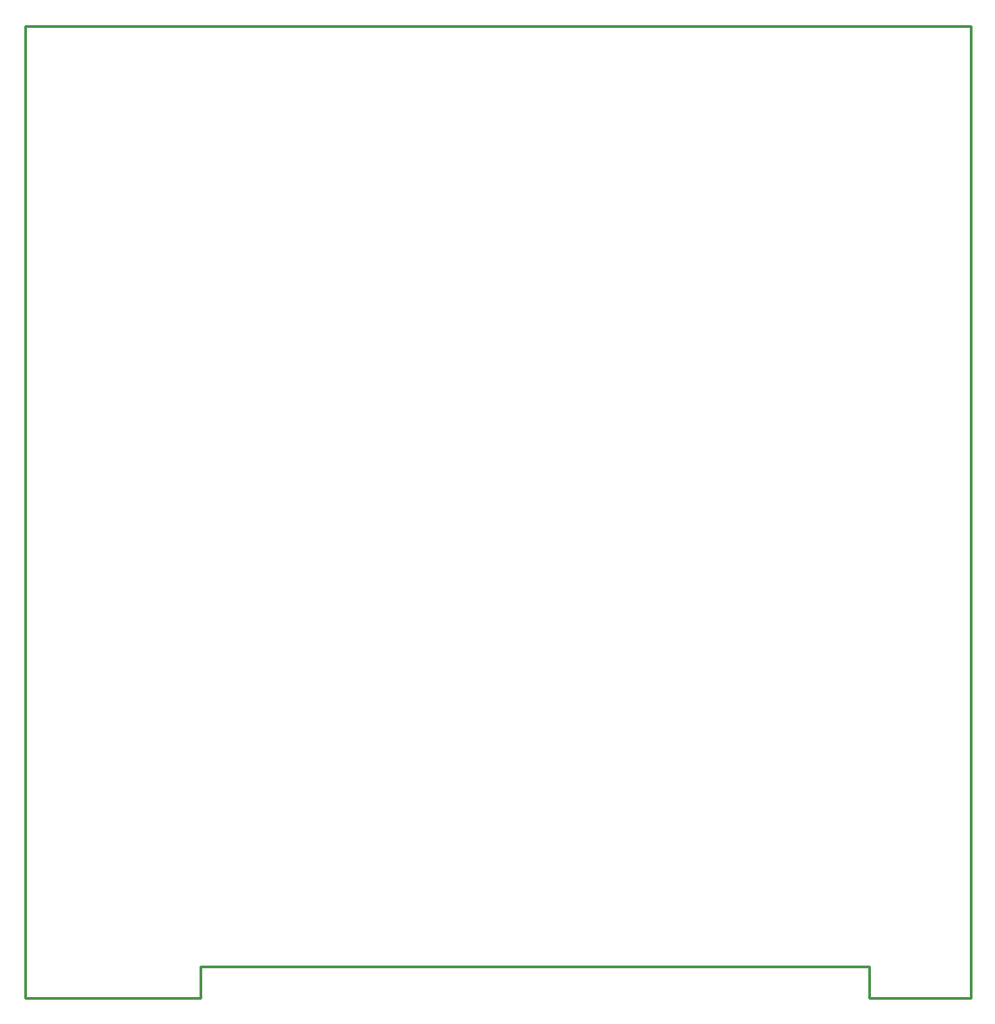
<source format=gko>
G04 Layer_Color=16711935*
%FSLAX25Y25*%
%MOIN*%
G70*
G01*
G75*
%ADD16C,0.01000*%
D16*
X350600Y-0D02*
Y360500D01*
X312992Y-0D02*
X350600Y-0D01*
X0Y0D02*
Y360500D01*
X312992Y-1D02*
Y11811D01*
X64961D02*
X312992D01*
X64961Y-0D02*
Y11811D01*
X0Y0D02*
X64961Y-0D01*
X0Y360500D02*
X350600D01*
M02*

</source>
